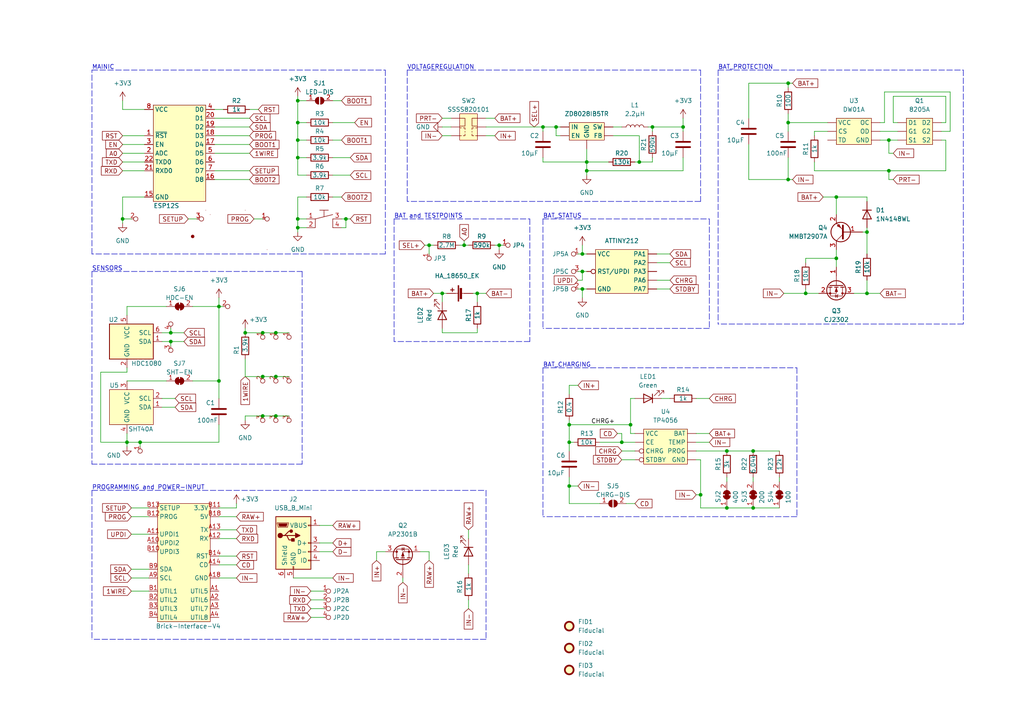
<source format=kicad_sch>
(kicad_sch (version 20211123) (generator eeschema)
  (paper "A4")
  (junction (at 165.1 128.27))
  (junction (at 80.01 120.65))
  (junction (at 168.91 73.66))
  (junction (at 161.29 36.83))
  (junction (at 100.33 63.5))
  (junction (at 76.2 120.65))
  (junction (at 86.36 45.72))
  (junction (at 86.36 63.5))
  (junction (at 86.36 66.04))
  (junction (at 40.64 128.27))
  (junction (at 198.12 36.83))
  (junction (at 242.57 57.15))
  (junction (at 49.53 96.52))
  (junction (at 168.91 83.82))
  (junction (at 228.6 35.56))
  (junction (at 228.6 52.07))
  (junction (at 134.62 71.12))
  (junction (at 36.83 128.27))
  (junction (at 63.5 88.9))
  (junction (at 138.43 85.09))
  (junction (at 86.36 29.21))
  (junction (at 86.36 40.64))
  (junction (at 35.56 63.5))
  (junction (at 80.01 96.52))
  (junction (at 86.36 35.56))
  (junction (at 257.81 49.53))
  (junction (at 165.1 123.19))
  (junction (at 157.48 36.83))
  (junction (at 228.6 24.13))
  (junction (at 170.18 49.53))
  (junction (at 210.82 130.81))
  (junction (at 210.82 147.32))
  (junction (at 251.46 85.09))
  (junction (at 189.23 36.83))
  (junction (at 128.27 85.09))
  (junction (at 233.68 85.09))
  (junction (at 71.12 96.52))
  (junction (at 168.91 78.74))
  (junction (at 242.57 74.93))
  (junction (at 218.44 130.81))
  (junction (at 49.53 99.06))
  (junction (at 170.18 46.99))
  (junction (at 63.5 110.49))
  (junction (at 144.78 71.12))
  (junction (at 165.1 140.97))
  (junction (at 251.46 67.31))
  (junction (at 203.2 143.51))
  (junction (at 218.44 147.32))
  (junction (at 80.01 109.22))
  (junction (at 76.2 96.52))
  (junction (at 257.81 40.64))
  (junction (at 180.34 128.27))
  (junction (at 124.46 71.12))
  (junction (at 185.42 46.99))
  (junction (at 76.2 109.22))
  (junction (at 182.88 123.19))
  (wire (pts (xy 170.18 49.53) (xy 198.12 49.53)))
  (wire (pts (xy 190.5 83.82) (xy 194.31 83.82)))
  (wire (pts (xy 80.01 120.65) (xy 83.82 120.65)))
  (wire (pts (xy 180.34 130.81) (xy 184.15 130.81)))
  (wire (pts (xy 35.56 63.5) (xy 38.1 63.5)))
  (polyline (pts (xy 157.48 63.5) (xy 205.74 63.5)))
  (wire (pts (xy 35.56 64.77) (xy 35.56 63.5)))
  (wire (pts (xy 85.09 167.64) (xy 96.52 167.64)))
  (wire (pts (xy 90.17 171.45) (xy 93.98 171.45)))
  (wire (pts (xy 233.68 85.09) (xy 237.49 85.09)))
  (wire (pts (xy 182.88 125.73) (xy 182.88 123.19)))
  (wire (pts (xy 168.91 71.12) (xy 168.91 73.66)))
  (wire (pts (xy 63.5 149.86) (xy 68.58 149.86)))
  (wire (pts (xy 62.23 31.75) (xy 64.77 31.75)))
  (wire (pts (xy 189.23 36.83) (xy 189.23 38.1)))
  (wire (pts (xy 96.52 29.21) (xy 99.06 29.21)))
  (wire (pts (xy 35.56 39.37) (xy 41.91 39.37)))
  (polyline (pts (xy 157.48 63.5) (xy 157.48 95.25)))
  (wire (pts (xy 157.48 36.83) (xy 157.48 38.1)))
  (wire (pts (xy 184.15 46.99) (xy 185.42 46.99)))
  (wire (pts (xy 99.06 66.04) (xy 100.33 66.04)))
  (wire (pts (xy 256.54 26.67) (xy 275.59 26.67)))
  (wire (pts (xy 218.44 130.81) (xy 226.06 130.81)))
  (wire (pts (xy 170.18 43.18) (xy 170.18 46.99)))
  (polyline (pts (xy 111.76 73.66) (xy 26.67 73.66)))
  (wire (pts (xy 259.08 52.07) (xy 257.81 52.07)))
  (wire (pts (xy 86.36 29.21) (xy 88.9 29.21)))
  (wire (pts (xy 35.56 29.21) (xy 35.56 31.75)))
  (wire (pts (xy 36.83 129.54) (xy 36.83 128.27)))
  (wire (pts (xy 251.46 67.31) (xy 251.46 66.04)))
  (wire (pts (xy 63.5 156.21) (xy 68.58 156.21)))
  (wire (pts (xy 198.12 38.1) (xy 198.12 36.83)))
  (wire (pts (xy 71.12 104.14) (xy 71.12 109.22)))
  (wire (pts (xy 157.48 46.99) (xy 170.18 46.99)))
  (wire (pts (xy 76.2 120.65) (xy 71.12 120.65)))
  (wire (pts (xy 86.36 35.56) (xy 86.36 29.21)))
  (wire (pts (xy 71.12 109.22) (xy 76.2 109.22)))
  (wire (pts (xy 88.9 35.56) (xy 86.36 35.56)))
  (wire (pts (xy 125.73 85.09) (xy 128.27 85.09)))
  (wire (pts (xy 40.64 128.27) (xy 40.64 129.54)))
  (wire (pts (xy 168.91 73.66) (xy 170.18 73.66)))
  (wire (pts (xy 218.44 147.32) (xy 226.06 147.32)))
  (wire (pts (xy 35.56 49.53) (xy 41.91 49.53)))
  (polyline (pts (xy 157.48 106.68) (xy 231.14 106.68)))
  (wire (pts (xy 72.39 31.75) (xy 74.93 31.75)))
  (wire (pts (xy 203.2 147.32) (xy 210.82 147.32)))
  (wire (pts (xy 55.88 88.9) (xy 63.5 88.9)))
  (wire (pts (xy 88.9 40.64) (xy 86.36 40.64)))
  (wire (pts (xy 165.1 146.05) (xy 165.1 140.97)))
  (wire (pts (xy 217.17 52.07) (xy 228.6 52.07)))
  (wire (pts (xy 88.9 50.8) (xy 86.36 50.8)))
  (wire (pts (xy 71.12 120.65) (xy 71.12 121.92)))
  (wire (pts (xy 227.33 85.09) (xy 233.68 85.09)))
  (wire (pts (xy 62.23 52.07) (xy 72.39 52.07)))
  (wire (pts (xy 63.5 110.49) (xy 63.5 88.9)))
  (wire (pts (xy 46.99 115.57) (xy 50.8 115.57)))
  (wire (pts (xy 63.5 110.49) (xy 63.5 115.57)))
  (wire (pts (xy 111.76 160.02) (xy 109.22 160.02)))
  (wire (pts (xy 161.29 36.83) (xy 162.56 36.83)))
  (wire (pts (xy 236.22 38.1) (xy 236.22 39.37)))
  (wire (pts (xy 36.83 125.73) (xy 36.83 128.27)))
  (wire (pts (xy 49.53 95.25) (xy 49.53 96.52)))
  (wire (pts (xy 35.56 63.5) (xy 35.56 57.15)))
  (wire (pts (xy 92.71 157.48) (xy 96.52 157.48)))
  (wire (pts (xy 96.52 35.56) (xy 102.87 35.56)))
  (wire (pts (xy 201.93 133.35) (xy 203.2 133.35)))
  (wire (pts (xy 100.33 63.5) (xy 101.6 63.5)))
  (wire (pts (xy 71.12 95.25) (xy 71.12 96.52)))
  (wire (pts (xy 165.1 138.43) (xy 165.1 140.97)))
  (wire (pts (xy 255.27 40.64) (xy 257.81 40.64)))
  (wire (pts (xy 90.17 173.99) (xy 93.98 173.99)))
  (wire (pts (xy 190.5 81.28) (xy 194.31 81.28)))
  (wire (pts (xy 203.2 143.51) (xy 203.2 147.32)))
  (wire (pts (xy 251.46 81.28) (xy 251.46 85.09)))
  (polyline (pts (xy 203.2 58.42) (xy 118.11 58.42)))
  (wire (pts (xy 170.18 49.53) (xy 170.18 50.8)))
  (wire (pts (xy 92.71 152.4) (xy 96.52 152.4)))
  (wire (pts (xy 63.5 163.83) (xy 68.58 163.83)))
  (wire (pts (xy 123.19 71.12) (xy 124.46 71.12)))
  (wire (pts (xy 36.83 88.9) (xy 48.26 88.9)))
  (wire (pts (xy 63.5 167.64) (xy 68.58 167.64)))
  (wire (pts (xy 233.68 74.93) (xy 242.57 74.93)))
  (polyline (pts (xy 208.28 20.32) (xy 208.28 93.98)))
  (wire (pts (xy 86.36 57.15) (xy 86.36 63.5)))
  (wire (pts (xy 41.91 31.75) (xy 35.56 31.75)))
  (wire (pts (xy 201.93 130.81) (xy 210.82 130.81)))
  (wire (pts (xy 63.5 88.9) (xy 64.77 88.9)))
  (wire (pts (xy 124.46 160.02) (xy 124.46 162.56)))
  (wire (pts (xy 80.01 96.52) (xy 83.82 96.52)))
  (polyline (pts (xy 208.28 20.32) (xy 279.4 20.32)))
  (wire (pts (xy 138.43 85.09) (xy 140.97 85.09)))
  (wire (pts (xy 134.62 71.12) (xy 135.89 71.12)))
  (wire (pts (xy 255.27 35.56) (xy 256.54 35.56)))
  (wire (pts (xy 96.52 57.15) (xy 99.06 57.15)))
  (polyline (pts (xy 87.63 78.74) (xy 87.63 134.62)))
  (wire (pts (xy 185.42 46.99) (xy 189.23 46.99)))
  (wire (pts (xy 62.23 49.53) (xy 72.39 49.53)))
  (wire (pts (xy 86.36 50.8) (xy 86.36 45.72)))
  (wire (pts (xy 62.23 41.91) (xy 72.39 41.91)))
  (polyline (pts (xy 111.76 20.32) (xy 111.76 73.66)))
  (wire (pts (xy 35.56 46.99) (xy 41.91 46.99)))
  (wire (pts (xy 180.34 125.73) (xy 180.34 128.27)))
  (wire (pts (xy 116.84 167.64) (xy 116.84 168.91)))
  (wire (pts (xy 184.15 115.57) (xy 182.88 115.57)))
  (wire (pts (xy 179.07 125.73) (xy 180.34 125.73)))
  (wire (pts (xy 86.36 40.64) (xy 86.36 35.56)))
  (wire (pts (xy 90.17 179.07) (xy 93.98 179.07)))
  (wire (pts (xy 251.46 58.42) (xy 251.46 57.15)))
  (wire (pts (xy 121.92 160.02) (xy 124.46 160.02)))
  (wire (pts (xy 35.56 44.45) (xy 41.91 44.45)))
  (polyline (pts (xy 26.67 20.32) (xy 111.76 20.32)))
  (wire (pts (xy 167.64 78.74) (xy 168.91 78.74)))
  (wire (pts (xy 140.97 36.83) (xy 157.48 36.83)))
  (wire (pts (xy 29.21 128.27) (xy 36.83 128.27)))
  (wire (pts (xy 165.1 123.19) (xy 165.1 128.27)))
  (wire (pts (xy 233.68 83.82) (xy 233.68 85.09)))
  (wire (pts (xy 189.23 45.72) (xy 189.23 46.99)))
  (wire (pts (xy 144.78 71.12) (xy 144.78 72.39)))
  (wire (pts (xy 191.77 115.57) (xy 194.31 115.57)))
  (wire (pts (xy 182.88 115.57) (xy 182.88 123.19)))
  (wire (pts (xy 76.2 120.65) (xy 80.01 120.65)))
  (wire (pts (xy 226.06 138.43) (xy 226.06 139.7)))
  (polyline (pts (xy 26.67 78.74) (xy 26.67 134.62)))
  (wire (pts (xy 29.21 107.95) (xy 36.83 107.95)))
  (wire (pts (xy 168.91 86.36) (xy 168.91 83.82)))
  (wire (pts (xy 229.87 24.13) (xy 228.6 24.13)))
  (wire (pts (xy 273.05 38.1) (xy 275.59 38.1)))
  (wire (pts (xy 54.61 63.5) (xy 57.15 63.5)))
  (wire (pts (xy 255.27 38.1) (xy 260.35 38.1)))
  (wire (pts (xy 62.23 39.37) (xy 72.39 39.37)))
  (wire (pts (xy 46.99 99.06) (xy 49.53 99.06)))
  (wire (pts (xy 62.23 44.45) (xy 72.39 44.45)))
  (wire (pts (xy 260.35 35.56) (xy 259.08 35.56)))
  (wire (pts (xy 38.1 167.64) (xy 43.18 167.64)))
  (wire (pts (xy 177.8 39.37) (xy 185.42 39.37)))
  (wire (pts (xy 128.27 34.29) (xy 130.81 34.29)))
  (wire (pts (xy 128.27 36.83) (xy 130.81 36.83)))
  (wire (pts (xy 162.56 39.37) (xy 161.29 39.37)))
  (wire (pts (xy 62.23 34.29) (xy 72.39 34.29)))
  (wire (pts (xy 38.1 154.94) (xy 43.18 154.94)))
  (wire (pts (xy 90.17 176.53) (xy 93.98 176.53)))
  (wire (pts (xy 86.36 63.5) (xy 88.9 63.5)))
  (wire (pts (xy 210.82 138.43) (xy 210.82 139.7)))
  (wire (pts (xy 238.76 57.15) (xy 242.57 57.15)))
  (wire (pts (xy 143.51 71.12) (xy 144.78 71.12)))
  (polyline (pts (xy 231.14 149.86) (xy 157.48 149.86)))
  (wire (pts (xy 242.57 57.15) (xy 251.46 57.15)))
  (wire (pts (xy 137.16 85.09) (xy 138.43 85.09)))
  (polyline (pts (xy 118.11 20.32) (xy 203.2 20.32)))
  (polyline (pts (xy 26.67 78.74) (xy 87.63 78.74)))
  (wire (pts (xy 63.5 128.27) (xy 63.5 123.19)))
  (wire (pts (xy 86.36 66.04) (xy 88.9 66.04)))
  (wire (pts (xy 233.68 76.2) (xy 233.68 74.93)))
  (wire (pts (xy 165.1 121.92) (xy 165.1 123.19)))
  (wire (pts (xy 218.44 138.43) (xy 218.44 139.7)))
  (wire (pts (xy 259.08 27.94) (xy 274.32 27.94)))
  (wire (pts (xy 203.2 133.35) (xy 203.2 143.51)))
  (wire (pts (xy 228.6 52.07) (xy 229.87 52.07)))
  (wire (pts (xy 274.32 49.53) (xy 257.81 49.53)))
  (wire (pts (xy 88.9 45.72) (xy 86.36 45.72)))
  (polyline (pts (xy 153.67 63.5) (xy 153.67 99.06)))
  (wire (pts (xy 274.32 40.64) (xy 274.32 49.53)))
  (wire (pts (xy 49.53 96.52) (xy 53.34 96.52)))
  (wire (pts (xy 96.52 45.72) (xy 101.6 45.72)))
  (wire (pts (xy 189.23 36.83) (xy 198.12 36.83)))
  (wire (pts (xy 198.12 34.29) (xy 198.12 36.83)))
  (wire (pts (xy 259.08 35.56) (xy 259.08 27.94)))
  (wire (pts (xy 182.88 123.19) (xy 165.1 123.19)))
  (wire (pts (xy 168.91 78.74) (xy 170.18 78.74)))
  (wire (pts (xy 128.27 39.37) (xy 130.81 39.37)))
  (wire (pts (xy 242.57 74.93) (xy 242.57 77.47)))
  (wire (pts (xy 201.93 125.73) (xy 205.74 125.73)))
  (wire (pts (xy 201.93 143.51) (xy 203.2 143.51)))
  (wire (pts (xy 166.37 128.27) (xy 165.1 128.27)))
  (wire (pts (xy 168.91 83.82) (xy 170.18 83.82)))
  (wire (pts (xy 190.5 76.2) (xy 194.31 76.2)))
  (wire (pts (xy 63.5 153.67) (xy 68.58 153.67)))
  (polyline (pts (xy 205.74 63.5) (xy 205.74 95.25)))
  (wire (pts (xy 217.17 34.29) (xy 217.17 24.13)))
  (wire (pts (xy 201.93 128.27) (xy 205.74 128.27)))
  (wire (pts (xy 36.83 110.49) (xy 48.26 110.49)))
  (polyline (pts (xy 157.48 106.68) (xy 157.48 149.86)))
  (wire (pts (xy 257.81 40.64) (xy 257.81 44.45)))
  (wire (pts (xy 46.99 118.11) (xy 50.8 118.11)))
  (wire (pts (xy 96.52 50.8) (xy 101.6 50.8)))
  (wire (pts (xy 36.83 91.44) (xy 36.83 88.9)))
  (wire (pts (xy 228.6 45.72) (xy 228.6 52.07)))
  (wire (pts (xy 240.03 38.1) (xy 236.22 38.1)))
  (wire (pts (xy 140.97 34.29) (xy 143.51 34.29)))
  (wire (pts (xy 165.1 140.97) (xy 167.64 140.97)))
  (wire (pts (xy 88.9 57.15) (xy 86.36 57.15)))
  (wire (pts (xy 109.22 160.02) (xy 109.22 162.56)))
  (wire (pts (xy 240.03 35.56) (xy 228.6 35.56)))
  (wire (pts (xy 76.2 109.22) (xy 80.01 109.22)))
  (wire (pts (xy 181.61 146.05) (xy 184.15 146.05)))
  (wire (pts (xy 275.59 38.1) (xy 275.59 26.67)))
  (wire (pts (xy 228.6 35.56) (xy 228.6 38.1)))
  (wire (pts (xy 138.43 96.52) (xy 128.27 96.52)))
  (wire (pts (xy 62.23 36.83) (xy 72.39 36.83)))
  (wire (pts (xy 242.57 57.15) (xy 242.57 62.23)))
  (polyline (pts (xy 205.74 95.25) (xy 157.48 95.25)))
  (wire (pts (xy 80.01 109.22) (xy 83.82 109.22)))
  (wire (pts (xy 46.99 96.52) (xy 49.53 96.52)))
  (wire (pts (xy 165.1 111.76) (xy 165.1 114.3)))
  (wire (pts (xy 86.36 29.21) (xy 86.36 27.94)))
  (wire (pts (xy 128.27 95.25) (xy 128.27 96.52)))
  (wire (pts (xy 36.83 128.27) (xy 40.64 128.27)))
  (wire (pts (xy 167.64 111.76) (xy 165.1 111.76)))
  (wire (pts (xy 100.33 63.5) (xy 100.33 66.04)))
  (wire (pts (xy 161.29 36.83) (xy 161.29 39.37)))
  (wire (pts (xy 68.58 146.05) (xy 68.58 147.32)))
  (wire (pts (xy 92.71 160.02) (xy 96.52 160.02)))
  (polyline (pts (xy 153.67 99.06) (xy 114.3 99.06)))
  (wire (pts (xy 49.53 99.06) (xy 53.34 99.06)))
  (wire (pts (xy 177.8 36.83) (xy 180.34 36.83)))
  (wire (pts (xy 165.1 128.27) (xy 165.1 130.81)))
  (wire (pts (xy 217.17 24.13) (xy 228.6 24.13)))
  (wire (pts (xy 157.48 36.83) (xy 161.29 36.83)))
  (wire (pts (xy 184.15 125.73) (xy 182.88 125.73)))
  (polyline (pts (xy 114.3 63.5) (xy 153.67 63.5)))
  (wire (pts (xy 128.27 85.09) (xy 129.54 85.09)))
  (wire (pts (xy 144.78 71.12) (xy 146.05 71.12)))
  (wire (pts (xy 210.82 130.81) (xy 218.44 130.81)))
  (wire (pts (xy 180.34 133.35) (xy 184.15 133.35)))
  (wire (pts (xy 135.89 163.83) (xy 135.89 166.37)))
  (wire (pts (xy 35.56 41.91) (xy 41.91 41.91)))
  (wire (pts (xy 40.64 128.27) (xy 63.5 128.27)))
  (wire (pts (xy 236.22 46.99) (xy 236.22 49.53)))
  (wire (pts (xy 99.06 63.5) (xy 100.33 63.5)))
  (wire (pts (xy 124.46 71.12) (xy 124.46 73.66)))
  (wire (pts (xy 63.5 161.29) (xy 68.58 161.29)))
  (polyline (pts (xy 279.4 93.98) (xy 208.28 93.98)))
  (wire (pts (xy 257.81 40.64) (xy 260.35 40.64)))
  (wire (pts (xy 170.18 46.99) (xy 170.18 49.53)))
  (wire (pts (xy 86.36 45.72) (xy 86.36 40.64)))
  (wire (pts (xy 242.57 72.39) (xy 242.57 74.93)))
  (wire (pts (xy 38.1 171.45) (xy 43.18 171.45)))
  (wire (pts (xy 38.1 149.86) (xy 43.18 149.86)))
  (wire (pts (xy 251.46 85.09) (xy 255.27 85.09)))
  (wire (pts (xy 273.05 40.64) (xy 274.32 40.64)))
  (wire (pts (xy 38.1 147.32) (xy 43.18 147.32)))
  (wire (pts (xy 198.12 45.72) (xy 198.12 49.53)))
  (wire (pts (xy 86.36 63.5) (xy 86.36 66.04)))
  (wire (pts (xy 187.96 36.83) (xy 189.23 36.83)))
  (wire (pts (xy 228.6 35.56) (xy 228.6 33.02)))
  (wire (pts (xy 86.36 66.04) (xy 86.36 67.31)))
  (polyline (pts (xy 26.67 73.66) (xy 26.67 20.32)))
  (wire (pts (xy 38.1 165.1) (xy 43.18 165.1)))
  (wire (pts (xy 63.5 147.32) (xy 68.58 147.32)))
  (polyline (pts (xy 118.11 20.32) (xy 118.11 58.42)))
  (wire (pts (xy 63.5 86.36) (xy 63.5 88.9)))
  (wire (pts (xy 71.12 96.52) (xy 76.2 96.52)))
  (polyline (pts (xy 114.3 63.5) (xy 114.3 99.06)))
  (wire (pts (xy 256.54 26.67) (xy 256.54 35.56)))
  (wire (pts (xy 138.43 85.09) (xy 138.43 87.63)))
  (wire (pts (xy 134.62 69.85) (xy 134.62 71.12)))
  (wire (pts (xy 167.64 73.66) (xy 168.91 73.66)))
  (wire (pts (xy 49.53 99.06) (xy 49.53 100.33)))
  (polyline (pts (xy 140.97 142.24) (xy 140.97 185.42)))
  (wire (pts (xy 257.81 49.53) (xy 236.22 49.53)))
  (polyline (pts (xy 26.67 142.24) (xy 140.97 142.24)))
  (wire (pts (xy 76.2 96.52) (xy 80.01 96.52)))
  (wire (pts (xy 217.17 41.91) (xy 217.17 52.07)))
  (wire (pts (xy 173.99 128.27) (xy 180.34 128.27)))
  (wire (pts (xy 185.42 39.37) (xy 185.42 46.99)))
  (wire (pts (xy 274.32 27.94) (xy 274.32 35.56)))
  (wire (pts (xy 201.93 115.57) (xy 205.74 115.57)))
  (wire (pts (xy 157.48 45.72) (xy 157.48 46.99)))
  (wire (pts (xy 228.6 24.13) (xy 228.6 25.4)))
  (polyline (pts (xy 231.14 106.68) (xy 231.14 149.86)))
  (wire (pts (xy 251.46 67.31) (xy 251.46 73.66)))
  (wire (pts (xy 96.52 40.64) (xy 99.06 40.64)))
  (wire (pts (xy 135.89 153.67) (xy 135.89 156.21)))
  (wire (pts (xy 273.05 35.56) (xy 274.32 35.56)))
  (polyline (pts (xy 140.97 185.42) (xy 26.67 185.42)))
  (wire (pts (xy 35.56 57.15) (xy 41.91 57.15)))
  (wire (pts (xy 140.97 39.37) (xy 143.51 39.37)))
  (wire (pts (xy 133.35 71.12) (xy 134.62 71.12)))
  (wire (pts (xy 167.64 81.28) (xy 168.91 81.28)))
  (wire (pts (xy 250.19 67.31) (xy 251.46 67.31)))
  (polyline (pts (xy 87.63 134.62) (xy 26.67 134.62)))
  (polyline (pts (xy 203.2 20.32) (xy 203.2 58.42)))
  (wire (pts (xy 124.46 71.12) (xy 125.73 71.12)))
  (wire (pts (xy 29.21 107.95) (xy 29.21 128.27)))
  (wire (pts (xy 128.27 85.09) (xy 128.27 87.63)))
  (wire (pts (xy 190.5 73.66) (xy 194.31 73.66)))
  (wire (pts (xy 165.1 146.05) (xy 173.99 146.05)))
  (wire (pts (xy 257.81 49.53) (xy 257.81 52.07)))
  (wire (pts (xy 259.08 44.45) (xy 257.81 44.45)))
  (polyline (pts (xy 26.67 142.24) (xy 26.67 185.42)))
  (wire (pts (xy 180.34 128.27) (xy 184.15 128.27)))
  (wire (pts (xy 210.82 147.32) (xy 218.44 147.32)))
  (wire (pts (xy 135.89 173.99) (xy 135.89 176.53)))
  (wire (pts (xy 73.66 63.5) (xy 76.2 63.5)))
  (wire (pts (xy 247.65 85.09) (xy 251.46 85.09)))
  (wire (pts (xy 168.91 78.74) (xy 168.91 81.28)))
  (wire (pts (xy 55.88 110.49) (xy 63.5 110.49)))
  (wire (pts (xy 36.83 106.68) (xy 36.83 107.95)))
  (wire (pts (xy 170.18 46.99) (xy 176.53 46.99)))
  (wire (pts (xy 167.64 83.82) (xy 168.91 83.82)))
  (wire (pts (xy 138.43 95.25) (xy 138.43 96.52)))
  (polyline (pts (xy 279.4 20.32) (xy 279.4 93.98)))
  (text "BAT_STATUS" (at 157.48 63.5 0) (effects (font (size 1.27 1.27)) (justify left bottom)))
  (text "MAINIC" (at 26.67 20.32 0) (effects (font (size 1.27 1.27)) (justify left bottom)))
  (text "BAT_CHARGING" (at 157.48 106.68 0) (effects (font (size 1.27 1.27)) (justify left bottom)))
  (text "BAT and TESTPOINTS" (at 114.3 63.5 0) (effects (font (size 1.27 1.27)) (justify left bottom)))
  (text "SENSORS" (at 26.67 78.74 0) (effects (font (size 1.27 1.27)) (justify left bottom)))
  (text "VOLTAGEREGULATION" (at 118.11 20.32 0) (effects (font (size 1.27 1.27)) (justify left bottom)))
  (text "BAT_PROTECTION" (at 208.28 20.32 0) (effects (font (size 1.27 1.27)) (justify left bottom)))
  (text "PROGRAMMING and POWER-INPUT" (at 26.67 142.24 0) (effects (font (size 1.27 1.27)) (justify left bottom)))
  (label "CHRG+" (at 171.45 123.19 0))
  (global_label "RAW+" (shape input) (at 124.46 162.56 270) (property "Referenzen zwischen Schaltplänen" "${INTERSHEET_REFS}" (effects hide)))
  (global_label "PROG" (shape input) (at 72.39 39.37 0) (property "Referenzen zwischen Schaltplänen" "${INTERSHEET_REFS}" (effects hide)))
  (global_label "SETUP" (shape input) (at 54.61 63.5 180) (property "Referenzen zwischen Schaltplänen" "${INTERSHEET_REFS}" (effects hide)))
  (global_label "SCL" (shape input) (at 53.34 96.52 0) (property "Referenzen zwischen Schaltplänen" "${INTERSHEET_REFS}" (effects hide)))
  (global_label "CD" (shape input) (at 184.15 146.05 0) (property "Referenzen zwischen Schaltplänen" "${INTERSHEET_REFS}" (effects hide)))
  (global_label "SETUP" (shape input) (at 72.39 49.53 0) (property "Referenzen zwischen Schaltplänen" "${INTERSHEET_REFS}" (effects hide)))
  (global_label "CHRG" (shape input) (at 180.34 130.81 180) (property "Referenzen zwischen Schaltplänen" "${INTERSHEET_REFS}" (effects hide)))
  (global_label "SDA" (shape input) (at 101.6 45.72 0) (property "Referenzen zwischen Schaltplänen" "${INTERSHEET_REFS}" (effects hide)))
  (global_label "PRT-" (shape input) (at 128.27 34.29 180) (property "Referenzen zwischen Schaltplänen" "${INTERSHEET_REFS}" (effects hide)))
  (global_label "D-" (shape input) (at 96.52 160.02 0) (property "Referenzen zwischen Schaltplänen" "${INTERSHEET_REFS}" (effects hide)))
  (global_label "STDBY" (shape input) (at 180.34 133.35 180) (property "Referenzen zwischen Schaltplänen" "${INTERSHEET_REFS}" (effects hide)))
  (global_label "IN-" (shape input) (at 227.33 85.09 180) (property "Referenzen zwischen Schaltplänen" "${INTERSHEET_REFS}" (effects hide)))
  (global_label "IN-" (shape input) (at 135.89 176.53 270) (property "Referenzen zwischen Schaltplänen" "${INTERSHEET_REFS}" (effects hide)))
  (global_label "1WIRE" (shape input) (at 71.12 109.22 270) (property "Referenzen zwischen Schaltplänen" "${INTERSHEET_REFS}" (effects hide)))
  (global_label "RST" (shape input) (at 35.56 39.37 180) (property "Referenzen zwischen Schaltplänen" "${INTERSHEET_REFS}" (effects hide)))
  (global_label "BAT+" (shape input) (at 143.51 34.29 0) (property "Referenzen zwischen Schaltplänen" "${INTERSHEET_REFS}" (effects hide)))
  (global_label "SCL" (shape input) (at 101.6 50.8 0) (property "Referenzen zwischen Schaltplänen" "${INTERSHEET_REFS}" (effects hide)))
  (global_label "SCL" (shape input) (at 72.39 34.29 0) (property "Referenzen zwischen Schaltplänen" "${INTERSHEET_REFS}" (effects hide)))
  (global_label "SDA" (shape input) (at 53.34 99.06 0) (property "Referenzen zwischen Schaltplänen" "${INTERSHEET_REFS}" (effects hide)))
  (global_label "CD" (shape input) (at 68.58 163.83 0) (property "Referenzen zwischen Schaltplänen" "${INTERSHEET_REFS}" (effects hide)))
  (global_label "1WIRE" (shape input) (at 38.1 171.45 180) (property "Referenzen zwischen Schaltplänen" "${INTERSHEET_REFS}" (effects hide)))
  (global_label "BOOT1" (shape input) (at 99.06 29.21 0) (property "Referenzen zwischen Schaltplänen" "${INTERSHEET_REFS}" (effects hide)))
  (global_label "RST" (shape input) (at 74.93 31.75 0) (property "Referenzen zwischen Schaltplänen" "${INTERSHEET_REFS}" (effects hide)))
  (global_label "1WIRE" (shape input) (at 72.39 44.45 0) (property "Referenzen zwischen Schaltplänen" "${INTERSHEET_REFS}" (effects hide)))
  (global_label "SDA" (shape input) (at 194.31 73.66 0) (property "Referenzen zwischen Schaltplänen" "${INTERSHEET_REFS}" (effects hide)))
  (global_label "BAT+" (shape input) (at 125.73 85.09 180) (property "Referenzen zwischen Schaltplänen" "${INTERSHEET_REFS}" (effects hide)))
  (global_label "D+" (shape input) (at 96.52 157.48 0) (property "Referenzen zwischen Schaltplänen" "${INTERSHEET_REFS}" (effects hide)))
  (global_label "IN+" (shape input) (at 167.64 111.76 0) (property "Referenzen zwischen Schaltplänen" "${INTERSHEET_REFS}" (effects hide)))
  (global_label "IN-" (shape input) (at 116.84 168.91 270) (property "Referenzen zwischen Schaltplänen" "${INTERSHEET_REFS}" (effects hide)))
  (global_label "SDA" (shape input) (at 50.8 118.11 0) (property "Referenzen zwischen Schaltplänen" "${INTERSHEET_REFS}" (effects hide)))
  (global_label "EN" (shape input) (at 102.87 35.56 0) (property "Referenzen zwischen Schaltplänen" "${INTERSHEET_REFS}" (effects hide)))
  (global_label "RST" (shape input) (at 101.6 63.5 0) (property "Referenzen zwischen Schaltplänen" "${INTERSHEET_REFS}" (effects hide)))
  (global_label "IN-" (shape input) (at 96.52 167.64 0) (property "Referenzen zwischen Schaltplänen" "${INTERSHEET_REFS}" (effects hide)))
  (global_label "A0" (shape input) (at 134.62 69.85 90) (property "Referenzen zwischen Schaltplänen" "${INTERSHEET_REFS}" (effects hide)))
  (global_label "TXD" (shape input) (at 35.56 46.99 180) (property "Referenzen zwischen Schaltplänen" "${INTERSHEET_REFS}" (effects hide)))
  (global_label "PROG" (shape input) (at 38.1 149.86 180) (property "Referenzen zwischen Schaltplänen" "${INTERSHEET_REFS}" (effects hide)))
  (global_label "SCL" (shape input) (at 50.8 115.57 0) (property "Referenzen zwischen Schaltplänen" "${INTERSHEET_REFS}" (effects hide)))
  (global_label "BOOT2" (shape input) (at 72.39 52.07 0) (property "Referenzen zwischen Schaltplänen" "${INTERSHEET_REFS}" (effects hide)))
  (global_label "BOOT1" (shape input) (at 99.06 40.64 0) (property "Referenzen zwischen Schaltplänen" "${INTERSHEET_REFS}" (effects hide)))
  (global_label "IN-" (shape input) (at 201.93 143.51 180) (property "Referenzen zwischen Schaltplänen" "${INTERSHEET_REFS}" (effects hide)))
  (global_label "SEL+" (shape input) (at 154.94 36.83 90) (property "Referenzen zwischen Schaltplänen" "${INTERSHEET_REFS}" (effects hide)))
  (global_label "RAW+" (shape input) (at 96.52 152.4 0) (property "Referenzen zwischen Schaltplänen" "${INTERSHEET_REFS}" (effects hide)))
  (global_label "TXD" (shape input) (at 68.58 153.67 0) (property "Referenzen zwischen Schaltplänen" "${INTERSHEET_REFS}" (effects hide)))
  (global_label "BAT+" (shape input) (at 238.76 57.15 180) (property "Referenzen zwischen Schaltplänen" "${INTERSHEET_REFS}" (effects hide)))
  (global_label "BAT-" (shape input) (at 255.27 85.09 0) (property "Referenzen zwischen Schaltplänen" "${INTERSHEET_REFS}" (effects hide)))
  (global_label "SEL+" (shape input) (at 123.19 71.12 180) (property "Referenzen zwischen Schaltplänen" "${INTERSHEET_REFS}" (effects hide)))
  (global_label "A0" (shape input) (at 35.56 44.45 180) (property "Referenzen zwischen Schaltplänen" "${INTERSHEET_REFS}" (effects hide)))
  (global_label "IN+" (shape input) (at 109.22 162.56 270) (property "Referenzen zwischen Schaltplänen" "${INTERSHEET_REFS}" (effects hide)))
  (global_label "IN+" (shape input) (at 143.51 39.37 0) (property "Referenzen zwischen Schaltplänen" "${INTERSHEET_REFS}" (effects hide)))
  (global_label "RAW+" (shape input) (at 135.89 153.67 90) (property "Referenzen zwischen Schaltplänen" "${INTERSHEET_REFS}" (effects hide)))
  (global_label "RXD" (shape input) (at 35.56 49.53 180) (property "Referenzen zwischen Schaltplänen" "${INTERSHEET_REFS}" (effects hide)))
  (global_label "IN-" (shape input) (at 68.58 167.64 0) (property "Referenzen zwischen Schaltplänen" "${INTERSHEET_REFS}" (effects hide)))
  (global_label "BAT+" (shape input) (at 229.87 24.13 0) (property "Referenzen zwischen Schaltplänen" "${INTERSHEET_REFS}" (effects hide)))
  (global_label "IN-" (shape input) (at 90.17 171.45 180) (property "Referenzen zwischen Schaltplänen" "${INTERSHEET_REFS}" (effects hide)))
  (global_label "RAW+" (shape input) (at 68.58 149.86 0) (property "Referenzen zwischen Schaltplänen" "${INTERSHEET_REFS}" (effects hide)))
  (global_label "IN-" (shape input) (at 229.87 52.07 0) (property "Referenzen zwischen Schaltplänen" "${INTERSHEET_REFS}" (effects hide)))
  (global_label "PROG" (shape input) (at 73.66 63.5 180) (property "Referenzen zwischen Schaltplänen" "${INTERSHEET_REFS}" (effects hide)))
  (global_label "RXD" (shape input) (at 68.58 156.21 0) (property "Referenzen zwischen Schaltplänen" "${INTERSHEET_REFS}" (effects hide)))
  (global_label "BAT-" (shape input) (at 140.97 85.09 0) (property "Referenzen zwischen Schaltplänen" "${INTERSHEET_REFS}" (effects hide)))
  (global_label "SETUP" (shape input) (at 38.1 147.32 180) (property "Referenzen zwischen Schaltplänen" "${INTERSHEET_REFS}" (effects hide)))
  (global_label "IN-" (shape input) (at 128.27 39.37 180) (property "Referenzen zwischen Schaltplänen" "${INTERSHEET_REFS}" (effects hide)))
  (global_label "IN-" (shape input) (at 205.74 128.27 0) (property "Referenzen zwischen Schaltplänen" "${INTERSHEET_REFS}" (effects hide)))
  (global_label "UPDI" (shape input) (at 38.1 154.94 180) (property "Referenzen zwischen Schaltplänen" "${INTERSHEET_REFS}" (effects hide)))
  (global_label "CHRG" (shape input) (at 205.74 115.57 0) (property "Referenzen zwischen Schaltplänen" "${INTERSHEET_REFS}" (effects hide)))
  (global_label "CHRG" (shape input) (at 194.31 81.28 0) (property "Referenzen zwischen Schaltplänen" "${INTERSHEET_REFS}" (effects hide)))
  (global_label "EN" (shape input) (at 35.56 41.91 180) (property "Referenzen zwischen Schaltplänen" "${INTERSHEET_REFS}" (effects hide)))
  (global_label "CD" (shape input) (at 179.07 125.73 180) (property "Referenzen zwischen Schaltplänen" "${INTERSHEET_REFS}" (effects hide)))
  (global_label "SDA" (shape input) (at 38.1 165.1 180) (property "Referenzen zwischen Schaltplänen" "${INTERSHEET_REFS}" (effects hide)))
  (global_label "BOOT1" (shape input) (at 72.39 41.91 0) (property "Referenzen zwischen Schaltplänen" "${INTERSHEET_REFS}" (effects hide)))
  (global_label "PRT-" (shape input) (at 259.08 52.07 0) (property "Referenzen zwischen Schaltplänen" "${INTERSHEET_REFS}" (effects hide)))
  (global_label "RST" (shape input) (at 68.58 161.29 0) (property "Referenzen zwischen Schaltplänen" "${INTERSHEET_REFS}" (effects hide)))
  (global_label "RAW+" (shape input) (at 90.17 179.07 180) (property "Referenzen zwischen Schaltplänen" "${INTERSHEET_REFS}" (effects hide)))
  (global_label "UPDI" (shape input) (at 167.64 81.28 180) (property "Referenzen zwischen Schaltplänen" "${INTERSHEET_REFS}" (effects hide)))
  (global_label "SCL" (shape input) (at 194.31 76.2 0) (property "Referenzen zwischen Schaltplänen" "${INTERSHEET_REFS}" (effects hide)))
  (global_label "IN-" (shape input) (at 167.64 140.97 0) (property "Referenzen zwischen Schaltplänen" "${INTERSHEET_REFS}" (effects hide)))
  (global_label "IN-" (shape input) (at 259.08 44.45 0) (property "Referenzen zwischen Schaltplänen" "${INTERSHEET_REFS}" (effects hide)))
  (global_label "RXD" (shape input) (at 90.17 173.99 180) (property "Referenzen zwischen Schaltplänen" "${INTERSHEET_REFS}" (effects hide)))
  (global_label "BAT+" (shape input) (at 205.74 125.73 0) (property "Referenzen zwischen Schaltplänen" "${INTERSHEET_REFS}" (effects hide)))
  (global_label "TXD" (shape input) (at 90.17 176.53 180) (property "Referenzen zwischen Schaltplänen" "${INTERSHEET_REFS}" (effects hide)))
  (global_label "STDBY" (shape input) (at 194.31 83.82 0) (property "Referenzen zwischen Schaltplänen" "${INTERSHEET_REFS}" (effects hide)))
  (global_label "SDA" (shape input) (at 72.39 36.83 0) (property "Referenzen zwischen Schaltplänen" "${INTERSHEET_REFS}" (effects hide)))
  (global_label "BOOT2" (shape input) (at 99.06 57.15 0) (property "Referenzen zwischen Schaltplänen" "${INTERSHEET_REFS}" (effects hide)))
  (global_label "SCL" (shape input) (at 38.1 167.64 180) (property "Referenzen zwischen Schaltplänen" "${INTERSHEET_REFS}" (effects hide)))
  (symbol (lib_id "Device:R") (at 165.1 118.11 180) (unit 1)
    (property "Reference" "R12" (at 162.56 118.11 90))
    (property "Value" "0.4" (at 165.1 118.11 90))
    (property "Footprint" "no_common:R_0805_2012Metric" (effects hide))
  )
  (symbol (lib_id "Jumper:SolderJumper_2_Bridged") (at 218.44 143.51 90) (unit 1)
    (property "Reference" "SJ3" (at 215.9 142.24 0) (effects (justify right)))
    (property "Value" "200" (at 220.98 142.24 0) (effects (justify right)))
    (property "Footprint" "Jumper:SolderJumper-2_P1.3mm_Bridged_RoundedPad1.0x1.5mm" (effects hide))
    (property "Reference" "SJ3" (effects hide))
    (property "Value" "200" (effects hide))
  )
  (symbol (lib_id "no_pinhd:PINHD_1X01") (at 124.46 74.93 270) (unit 1)
    (property "Reference" "JP3" (at 125.73 74.9299 90) (effects (justify left)))
    (property "Value" "PINHD_1X01" (effects hide))
    (property "Footprint" "no_pinhd:PINHD_1X01_2.54_1mm_Square" (effects hide))
    (property "Desc" "TPB+" (effects hide))
    (property "Reference" "JP3" (effects hide))
    (property "Value" "PINHD_1X01" (effects hide))
  )
  (symbol (lib_id "Device:R") (at 92.71 35.56 90) (unit 1)
    (property "Reference" "R3" (at 92.71 33.02 90))
    (property "Value" "10k" (at 92.71 35.56 90))
    (property "Footprint" "no_common:R_0805_2012Metric" (effects hide))
  )
  (symbol (lib_id "Device:R") (at 71.12 100.33 0) (unit 1)
    (property "Reference" "R1" (at 68.58 102.87 90) (effects (justify left)))
    (property "Value" "3.9k" (at 71.12 102.235 90) (effects (justify left)))
    (property "Footprint" "no_common:R_0805_2012Metric" (effects hide))
    (property "Reference" "R1" (effects hide))
    (property "Value" "3.9k" (effects hide))
  )
  (symbol (lib_id "Sensor_Humidity:HDC1080") (at 39.37 99.06 0) (unit 1)
    (property "Reference" "U2" (at 34.29 92.71 0) (effects (justify right)))
    (property "Value" "HDC1080" (at 46.99 105.41 0) (effects (justify right)))
    (property "Footprint" "Package_SON:Texas_PWSON-N6" (effects hide))
    (property "Datasheet" "http://www.ti.com/lit/ds/symlink/hdc1080.pdf" (effects hide))
  )
  (symbol (lib_id "power:+3V3") (at 35.56 29.21 0) (unit 1)
    (property "Reference" "#PWR04" (effects hide))
    (property "Value" "+3V3" (at 35.56 24.13 0))
  )
  (symbol (lib_id "Jumper:SolderJumper_2_Open") (at 92.71 29.21 0) (unit 1)
    (property "Reference" "SJ1" (at 92.71 24.13 0))
    (property "Value" "LED-DIS" (at 92.71 26.67 0))
    (property "Footprint" "Jumper:SolderJumper-2_P1.3mm_Open_RoundedPad1.0x1.5mm" (effects hide))
    (property "Reference" "SJ1" (effects hide))
    (property "Value" "LED-DIS" (effects hide))
  )
  (symbol (lib_id "power:GND") (at 168.91 86.36 0) (unit 1)
    (property "Reference" "#PWR09" (effects hide))
    (property "Value" "GND" (at 168.91 91.44 0))
  )
  (symbol (lib_id "no_pinhd:PINHD_1X04") (at 95.25 179.07 0) (unit 4)
    (property "Reference" "JP2" (at 96.52 179.0699 0) (effects (justify left)))
    (property "Value" "PINHD_1X04" (effects hide))
    (property "Footprint" "no_pinhd:PINHD_1X04_2.54_1mm_Round" (effects hide))
    (property "Desc" "UART" (effects hide))
    (property "Reference" "JP2" (effects hide))
    (property "Value" "PINHD_1X04" (effects hide))
  )
  (symbol (lib_id "Device:R") (at 92.71 45.72 90) (unit 1)
    (property "Reference" "R5" (at 92.71 43.18 90))
    (property "Value" "3.9k" (at 92.71 45.72 90))
    (property "Footprint" "no_common:R_0805_2012Metric" (effects hide))
  )
  (symbol (lib_id "power:+3V3") (at 71.12 95.25 0) (unit 1)
    (property "Reference" "#PWR01" (effects hide))
    (property "Value" "+3V3" (at 74.93 92.71 0))
  )
  (symbol (lib_id "no_common:8205A") (at 266.7 38.1 0) (unit 1)
    (property "Reference" "Q1" (at 266.7 29.21 0))
    (property "Value" "8205A" (at 266.7 31.75 0))
    (property "Footprint" "no_common:TSSOP8_MS" (effects hide))
  )
  (symbol (lib_id "power:+3V3") (at 168.91 71.12 0) (unit 1)
    (property "Reference" "#PWR08" (effects hide))
    (property "Value" "+3V3" (at 168.91 66.04 0))
  )
  (symbol (lib_id "no_expressif:ESP12S") (at 52.07 44.45 0) (unit 1)
    (property "Reference" "IC1" (at 45.72 29.21 0))
    (property "Value" "ESP12S" (at 48.26 59.69 0))
    (property "Footprint" "no_expressif:ESP12S" (effects hide))
    (property "Reference" "IC1" (effects hide))
    (property "Value" "ESP12S" (effects hide))
  )
  (symbol (lib_id "power:GND") (at 36.83 129.54 0) (unit 1)
    (property "Reference" "#PWR0102" (effects hide))
    (property "Value" "GND" (at 33.02 132.08 0))
  )
  (symbol (lib_id "no_pinhd:PINHD_1X03") (at 80.01 121.92 270) (unit 3)
    (property "Reference" "JP8" (at 80.01 123.19 0) (effects (justify left)))
    (property "Value" "PINHD_1X03" (effects hide))
    (property "Footprint" "no_pinhd:PINHD_1X03_2.54_1mm_DS18B20" (effects hide))
    (property "Reference" "JP8" (effects hide))
    (property "Value" "PINHD_1X03" (effects hide))
    (property "Desc" "Temp2" (effects hide))
  )
  (symbol (lib_id "no_pinhd:PINHD_1X03") (at 80.01 110.49 270) (unit 2)
    (property "Reference" "JP8" (at 80.01 111.76 0) (effects (justify left)))
    (property "Value" "PINHD_1X03" (effects hide))
    (property "Footprint" "no_pinhd:PINHD_1X03_2.54_1mm_DS18B20" (effects hide))
    (property "Reference" "JP8" (effects hide))
    (property "Value" "PINHD_1X03" (effects hide))
    (property "Desc" "Temp2" (effects hide))
  )
  (symbol (lib_id "Jumper:SolderJumper_2_Bridged") (at 226.06 143.51 90) (unit 1)
    (property "Reference" "SJ4" (at 223.52 142.24 0) (effects (justify right)))
    (property "Value" "100" (at 228.6 142.24 0) (effects (justify right)))
    (property "Footprint" "Jumper:SolderJumper-2_P1.3mm_Bridged_RoundedPad1.0x1.5mm" (effects hide))
    (property "Reference" "SJ4" (effects hide))
    (property "Value" "100" (effects hide))
  )
  (symbol (lib_id "no_brick_interface:Brick-Interface-V4") (at 53.34 163.83 0) (unit 1)
    (property "Reference" "J1" (at 46.99 144.78 0))
    (property "Value" "Brick-Interface-V4" (at 54.61 181.61 0))
    (property "Footprint" "no_brick_interface:Brick_Interface_V4_inset" (effects hide))
    (property "Reference" "J1" (effects hide))
    (property "Value" "Brick-Interface-V4" (effects hide))
  )
  (symbol (lib_id "power:+3V3") (at 198.12 34.29 0) (unit 1)
    (property "Reference" "#PWR0105" (effects hide))
    (property "Value" "+3V3" (at 198.12 29.21 0))
  )
  (symbol (lib_id "Connector:USB_B_Mini") (at 85.09 157.48 0) (unit 1)
    (property "Reference" "J2" (at 85.09 144.78 0))
    (property "Value" "USB_B_Mini" (at 85.09 147.32 0))
    (property "Footprint" "Connector_USB:USB_Micro-B_Amphenol_10118194_Horizontal" (effects hide))
  )
  (symbol (lib_id "Device:R") (at 170.18 128.27 90) (unit 1)
    (property "Reference" "R13" (at 170.18 125.73 90))
    (property "Value" "10k" (at 170.18 128.27 90))
    (property "Footprint" "no_common:R_0805_2012Metric" (effects hide))
  )
  (symbol (lib_id "Mechanical:Fiducial") (at 165.1 181.61 0) (unit 1)
    (property "Reference" "FID1" (at 167.64 180.3399 0) (effects (justify left)))
    (property "Value" "Fiducial" (at 167.64 182.8799 0) (effects (justify left)))
    (property "Footprint" "Fiducial:Fiducial_1mm_Mask2mm" (effects hide))
  )
  (symbol (lib_id "power:GND") (at 170.18 50.8 0) (unit 1)
    (property "Reference" "#PWR0104" (effects hide))
    (property "Value" "GND" (at 170.18 55.88 0))
  )
  (symbol (lib_id "power:GND") (at 71.12 121.92 0) (unit 1)
    (property "Reference" "#PWR02" (effects hide))
    (property "Value" "GND" (at 71.12 127 0))
  )
  (symbol (lib_id "Device:R") (at 236.22 43.18 180) (unit 1)
    (property "Reference" "R11" (at 233.68 43.18 90))
    (property "Value" "1k" (at 236.22 43.18 90))
    (property "Footprint" "no_common:R_0805_2012Metric" (effects hide))
  )
  (symbol (lib_id "no_common:HA_18650_EK") (at 134.62 85.09 90) (unit 1)
    (property "Reference" "BT1" (at 132.588 77.47 90))
    (property "Value" "HA_18650_EK" (at 132.588 80.01 90))
    (property "Footprint" "no_common:HA_18650_EK" (effects hide))
    (property "Reference" "BT1" (effects hide))
    (property "Value" "HA_18650_EK" (effects hide))
  )
  (symbol (lib_id "no_pinhd:PINHD_1X04") (at 49.53 101.6 270) (unit 3)
    (property "Reference" "JP6" (at 50.8 101.5999 90) (effects (justify left)))
    (property "Value" "PINHD_1X04" (effects hide))
    (property "Footprint" "no_pinhd:PINHD_1X04_2.54_1mm_Round" (effects hide))
    (property "Reference" "JP6" (effects hide))
    (property "Value" "PINHD_1X04" (effects hide))
    (property "Desc" "RHT-ALT" (effects hide))
  )
  (symbol (lib_id "no_pinhd:PINHD_1X03") (at 166.37 78.74 180) (unit 3)
    (property "Reference" "JP5" (at 162.56 78.74 0))
    (property "Value" "PINHD_1X03" (effects hide))
    (property "Footprint" "no_pinhd:PINHD_1X03_2.54_1mm_Round" (effects hide))
    (property "Desc" "UPDI1" (effects hide))
    (property "Reference" "JP5" (effects hide))
    (property "Value" "PINHD_1X03" (effects hide))
  )
  (symbol (lib_id "Device:C") (at 198.12 41.91 0) (unit 1)
    (property "Reference" "C3" (at 194.31 39.37 0) (effects (justify left)))
    (property "Value" "10µF" (at 191.77 44.45 0) (effects (justify left)))
    (property "Footprint" "no_common:C_0805_2012Metric" (effects hide))
    (property "Reference" "C3" (effects hide))
    (property "Value" "10µF" (effects hide))
  )
  (symbol (lib_id "Device:C") (at 165.1 134.62 0) (unit 1)
    (property "Reference" "C6" (at 161.29 132.08 0) (effects (justify left)))
    (property "Value" "10µF" (at 158.75 137.16 0) (effects (justify left)))
    (property "Footprint" "no_common:C_0805_2012Metric" (effects hide))
    (property "Reference" "C6" (effects hide))
    (property "Value" "10µF" (effects hide))
  )
  (symbol (lib_id "Device:R") (at 138.43 91.44 180) (unit 1)
    (property "Reference" "R17" (at 135.89 91.44 90))
    (property "Value" "1k" (at 138.43 91.44 90))
    (property "Footprint" "no_common:R_0805_2012Metric" (effects hide))
  )
  (symbol (lib_id "power:GND") (at 144.78 72.39 0) (unit 1)
    (property "Reference" "#PWR03" (effects hide))
    (property "Value" "GND" (at 144.78 77.47 0))
  )
  (symbol (lib_id "Device:R") (at 218.44 134.62 180) (unit 1)
    (property "Reference" "R22" (at 215.9 134.62 90))
    (property "Value" "6,04k" (at 218.44 134.62 90))
    (property "Footprint" "no_common:R_0805_2012Metric" (effects hide))
  )
  (symbol (lib_id "Device:R") (at 92.71 57.15 90) (unit 1)
    (property "Reference" "R7" (at 92.71 54.61 90))
    (property "Value" "10k" (at 92.71 57.15 90))
    (property "Footprint" "no_common:R_0805_2012Metric" (effects hide))
  )
  (symbol (lib_id "Device:R") (at 139.7 71.12 90) (unit 1)
    (property "Reference" "R9" (at 139.7 68.58 90))
    (property "Value" "590k" (at 139.7 71.12 90))
    (property "Footprint" "no_common:R_0805_2012Metric" (effects hide))
  )
  (symbol (lib_id "Jumper:SolderJumper_2_Bridged") (at 210.82 143.51 90) (unit 1)
    (property "Reference" "SJ2" (at 208.28 142.24 0) (effects (justify right)))
    (property "Value" "400" (at 213.36 142.24 0) (effects (justify right)))
    (property "Footprint" "Jumper:SolderJumper-2_P1.3mm_Bridged_RoundedPad1.0x1.5mm" (effects hide))
    (property "Reference" "SJ2" (effects hide))
    (property "Value" "400" (effects hide))
  )
  (symbol (lib_id "no_common:ZD8028IB5TR") (at 170.18 39.37 0) (unit 1)
    (property "Reference" "U1" (at 170.18 30.48 0))
    (property "Value" "ZD8028IB5TR" (at 170.18 33.02 0))
    (property "Footprint" "no_common:SOT23-5" (effects hide))
    (property "Reference" "U1" (effects hide))
    (property "Value" "ZD8028IB5TR" (effects hide))
  )
  (symbol (lib_id "Jumper:SolderJumper_2_Bridged") (at 52.07 110.49 0) (unit 1)
    (property "Reference" "SJ7" (at 52.07 105.41 0))
    (property "Value" "SHT-EN" (at 52.07 107.95 0))
    (property "Footprint" "Jumper:SolderJumper-2_P1.3mm_Bridged_RoundedPad1.0x1.5mm" (effects hide))
    (property "Reference" "SJ7" (effects hide))
    (property "Value" "SHT-EN" (effects hide))
  )
  (symbol (lib_id "power:GND") (at 86.36 67.31 0) (unit 1)
    (property "Reference" "#PWR07" (effects hide))
    (property "Value" "GND" (at 86.36 72.39 0))
  )
  (symbol (lib_id "Device:R") (at 189.23 41.91 180) (unit 1)
    (property "Reference" "R21" (at 186.69 41.91 90))
    (property "Value" "590k" (at 189.23 41.91 90))
    (property "Footprint" "no_common:R_0805_2012Metric" (effects hide))
  )
  (symbol (lib_id "power:GND") (at 128.27 36.83 270) (unit 1)
    (property "Reference" "#PWR0103" (effects hide))
    (property "Value" "GND" (at 120.65 36.83 90) (effects (justify left)))
  )
  (symbol (lib_id "Jumper:SolderJumper_2_Open") (at 177.8 146.05 0) (unit 1)
    (property "Reference" "SJ5" (at 177.8 140.97 0))
    (property "Value" "CHRG-DIS" (at 177.8 143.51 0))
    (property "Footprint" "Jumper:SolderJumper-2_P1.3mm_Open_RoundedPad1.0x1.5mm" (effects hide))
    (property "Reference" "SJ5" (effects hide))
    (property "Value" "CHRG-DIS" (effects hide))
  )
  (symbol (lib_id "no_pinhd:PINHD_1X04") (at 95.25 171.45 0) (unit 1)
    (property "Reference" "JP2" (at 96.52 171.4499 0) (effects (justify left)))
    (property "Value" "PINHD_1X04" (effects hide))
    (property "Footprint" "no_pinhd:PINHD_1X04_2.54_1mm_Round" (effects hide))
    (property "Desc" "UART" (effects hide))
    (property "Reference" "JP2" (effects hide))
    (property "Value" "PINHD_1X04" (effects hide))
  )
  (symbol (lib_id "no_pinhd:PINHD_1X03") (at 39.37 63.5 0) (unit 2)
    (property "Reference" "JP1" (at 40.64 63.4999 0) (effects (justify left)))
    (property "Value" "PINHD_1X03" (effects hide))
    (property "Footprint" "no_pinhd:PINHD_1X03_2.54_1mm_Round" (effects hide))
    (property "Reference" "JP1" (effects hide))
    (property "Value" "PINHD_1X03" (effects hide))
    (property "Desc" "PS" (effects hide))
  )
  (symbol (lib_id "no_pinhd:PINHD_1X03") (at 77.47 63.5 0) (unit 1)
    (property "Reference" "JP1" (at 78.74 63.4999 0) (effects (justify left)))
    (property "Value" "PINHD_1X03" (effects hide))
    (property "Footprint" "no_pinhd:PINHD_1X03_2.54_1mm_Round" (effects hide))
    (property "Reference" "JP1" (effects hide))
    (property "Value" "PINHD_1X03" (effects hide))
    (property "Desc" "PS" (effects hide))
  )
  (symbol (lib_id "no_pinhd:PINHD_1X04") (at 95.25 176.53 0) (unit 3)
    (property "Reference" "JP2" (at 96.52 176.5299 0) (effects (justify left)))
    (property "Value" "PINHD_1X04" (effects hide))
    (property "Footprint" "no_pinhd:PINHD_1X04_2.54_1mm_Round" (effects hide))
    (property "Desc" "UART" (effects hide))
    (property "Reference" "JP2" (effects hide))
    (property "Value" "PINHD_1X04" (effects hide))
  )
  (symbol (lib_id "Device:R") (at 129.54 71.12 90) (unit 1)
    (property "Reference" "R8" (at 129.54 68.58 90))
    (property "Value" "2.7M" (at 129.54 71.12 90))
    (property "Footprint" "no_common:R_0805_2012Metric" (effects hide))
  )
  (symbol (lib_id "Device:R") (at 198.12 115.57 90) (unit 1)
    (property "Reference" "R14" (at 198.12 113.03 90))
    (property "Value" "1k" (at 198.12 115.57 90))
    (property "Footprint" "no_common:R_0805_2012Metric" (effects hide))
  )
  (symbol (lib_id "Jumper:SolderJumper_2_Bridged") (at 52.07 88.9 0) (unit 1)
    (property "Reference" "SJ6" (at 52.07 83.82 0))
    (property "Value" "HDC-EN" (at 52.07 86.36 0))
    (property "Footprint" "Jumper:SolderJumper-2_P1.3mm_Bridged_RoundedPad1.0x1.5mm" (effects hide))
    (property "Reference" "SJ6" (effects hide))
    (property "Value" "HDC-EN" (effects hide))
  )
  (symbol (lib_id "power:+3V3") (at 86.36 27.94 0) (unit 1)
    (property "Reference" "#PWR06" (effects hide))
    (property "Value" "+3V3" (at 86.36 22.86 0))
  )
  (symbol (lib_id "no_common:AP2301B") (at 116.84 162.56 90) (unit 1)
    (property "Reference" "Q2" (at 116.84 152.4 90))
    (property "Value" "AP2301B" (at 116.84 154.94 90))
    (property "Footprint" "no_common:SOT23" (effects hide))
  )
  (symbol (lib_id "no_pinhd:PINHD_1X04") (at 40.64 130.81 270) (unit 1)
    (property "Reference" "JP6" (at 41.91 130.8099 90) (effects (justify left)))
    (property "Value" "PINHD_1X04" (effects hide))
    (property "Footprint" "no_pinhd:PINHD_1X04_2.54_1mm_Round" (effects hide))
    (property "Reference" "JP6" (effects hide))
    (property "Value" "PINHD_1X04" (effects hide))
    (property "Desc" "RHT-ALT" (effects hide))
  )
  (symbol (lib_id "power:+3V3") (at 68.58 146.05 0) (unit 1)
    (property "Reference" "#PWR0106" (effects hide))
    (property "Value" "+3V3" (at 72.39 144.78 0))
  )
  (symbol (lib_id "Device:R") (at 135.89 170.18 180) (unit 1)
    (property "Reference" "R16" (at 133.35 170.18 90))
    (property "Value" "1k" (at 135.89 170.18 90))
    (property "Footprint" "no_common:R_0805_2012Metric" (effects hide))
  )
  (symbol (lib_id "Device:R") (at 228.6 29.21 180) (unit 1)
    (property "Reference" "R10" (at 226.06 29.21 90))
    (property "Value" "100" (at 228.6 29.21 90))
    (property "Footprint" "no_common:R_0805_2012Metric" (effects hide))
  )
  (symbol (lib_id "Device:R") (at 233.68 80.01 180) (unit 1)
    (property "Reference" "R18" (at 231.14 80.01 90))
    (property "Value" "10k" (at 233.68 80.01 90))
    (property "Footprint" "no_common:R_0805_2012Metric" (effects hide))
  )
  (symbol (lib_id "no_pinhd:PINHD_1X04") (at 95.25 173.99 0) (unit 2)
    (property "Reference" "JP2" (at 96.52 173.9899 0) (effects (justify left)))
    (property "Value" "PINHD_1X04" (effects hide))
    (property "Footprint" "no_pinhd:PINHD_1X04_2.54_1mm_Round" (effects hide))
    (property "Desc" "UART" (effects hide))
    (property "Reference" "JP2" (effects hide))
    (property "Value" "PINHD_1X04" (effects hide))
  )
  (symbol (lib_id "no_common:TP4056") (at 193.04 129.54 0) (unit 1)
    (property "Reference" "U4" (at 193.04 119.38 0))
    (property "Value" "TP4056" (at 193.04 121.92 0))
    (property "Footprint" "no_common:SOIC8_TP" (effects hide))
  )
  (symbol (lib_id "Mechanical:Fiducial") (at 165.1 194.31 0) (unit 1)
    (property "Reference" "FID3" (at 167.64 193.0399 0) (effects (justify left)))
    (property "Value" "Fiducial" (at 167.64 195.5799 0) (effects (justify left)))
    (property "Footprint" "Fiducial:Fiducial_1mm_Mask2mm" (effects hide))
  )
  (symbol (lib_id "no_pinhd:PINHD_1X03") (at 76.2 121.92 270) (unit 3)
    (property "Reference" "JP7" (at 76.2 123.19 0) (effects (justify left)))
    (property "Value" "PINHD_1X03" (effects hide))
    (property "Footprint" "no_pinhd:PINHD_1X03_2.54_1mm_DS18B20" (effects hide))
    (property "Reference" "JP7" (effects hide))
    (property "Value" "PINHD_1X03" (effects hide))
    (property "Desc" "Temp1" (effects hide))
  )
  (symbol (lib_id "no_common:KMR_231_G_LFS") (at 93.98 63.5 0) (unit 1)
    (property "Reference" "SW1" (at 93.98 64.77 0))
    (property "Value" "KMR_231_G_LFS" (effects hide))
    (property "Footprint" "no_common:KMR_231_G_LFS" (effects hide))
    (property "Reference" "SW1" (effects hide))
    (property "Value" "KMR_231_G_LFS" (effects hide))
  )
  (symbol (lib_id "no_pinhd:PINHD_1X03") (at 166.37 73.66 180) (unit 1)
    (property "Reference" "JP5" (at 162.56 73.66 0))
    (property "Value" "PINHD_1X03" (effects hide))
    (property "Footprint" "no_pinhd:PINHD_1X03_2.54_1mm_Round" (effects hide))
    (property "Desc" "UPDI1" (effects hide))
    (property "Reference" "JP5" (effects hide))
    (property "Value" "PINHD_1X03" (effects hide))
  )
  (symbol (lib_id "no_pinhd:PINHD_1X04") (at 49.53 93.98 90) (unit 4)
    (property "Reference" "JP6" (at 50.8 93.9799 90) (effects (justify right)))
    (property "Value" "PINHD_1X04" (effects hide))
    (property "Footprint" "no_pinhd:PINHD_1X04_2.54_1mm_Round" (effects hide))
    (property "Reference" "JP6" (effects hide))
    (property "Value" "PINHD_1X04" (effects hide))
    (property "Desc" "RHT-ALT" (effects hide))
  )
  (symbol (lib_id "no_common:DW01A") (at 247.65 38.1 0) (unit 1)
    (property "Reference" "U3" (at 247.65 29.21 0))
    (property "Value" "DW01A" (at 247.65 31.75 0))
    (property "Footprint" "no_common:SOT23-6" (effects hide))
  )
  (symbol (lib_id "Device:R") (at 210.82 134.62 180) (unit 1)
    (property "Reference" "R15" (at 208.28 134.62 90))
    (property "Value" "3k" (at 210.82 134.62 90))
    (property "Footprint" "no_common:R_0805_2012Metric" (effects hide))
  )
  (symbol (lib_id "no_pinhd:PINHD_1X03") (at 76.2 97.79 270) (unit 1)
    (property "Reference" "JP7" (at 76.2 99.06 0) (effects (justify left)))
    (property "Value" "PINHD_1X03" (effects hide))
    (property "Footprint" "no_pinhd:PINHD_1X03_2.54_1mm_DS18B20" (effects hide))
    (property "Reference" "JP7" (effects hide))
    (property "Value" "PINHD_1X03" (effects hide))
    (property "Desc" "Temp1" (effects hide))
  )
  (symbol (lib_id "Mechanical:Fiducial") (at 165.1 187.96 0) (unit 1)
    (property "Reference" "FID2" (at 167.64 186.6899 0) (effects (justify left)))
    (property "Value" "Fiducial" (at 167.64 189.2299 0) (effects (justify left)))
    (property "Footprint" "Fiducial:Fiducial_1mm_Mask2mm" (effects hide))
  )
  (symbol (lib_id "no_pinhd:PINHD_1X03") (at 83.82 97.79 270) (unit 1)
    (property "Reference" "JP9" (at 83.82 99.06 0) (effects (justify left)))
    (property "Value" "PINHD_1X03" (effects hide))
    (property "Footprint" "no_pinhd:PINHD_1X03_2.54_1mm_DS18B20" (effects hide))
    (property "Reference" "JP9" (effects hide))
    (property "Value" "PINHD_1X03" (effects hide))
    (property "Desc" "Temp3" (effects hide))
  )
  (symbol (lib_id "Device:R") (at 226.06 134.62 180) (unit 1)
    (property "Reference" "R23" (at 223.52 134.62 90))
    (property "Value" "12k" (at 226.06 134.62 90))
    (property "Footprint" "no_common:R_0805_2012Metric" (effects hide))
  )
  (symbol (lib_id "power:+3V3") (at 63.5 86.36 0) (unit 1)
    (property "Reference" "#PWR0101" (effects hide))
    (property "Value" "+3V3" (at 63.5 81.28 0))
  )
  (symbol (lib_id "no_pinhd:PINHD_1X01") (at 147.32 71.12 0) (unit 1)
    (property "Reference" "JP4" (at 148.59 71.1199 0) (effects (justify left)))
    (property "Value" "PINHD_1X01" (effects hide))
    (property "Footprint" "no_pinhd:PINHD_1X01_2.54_1mm_Square" (effects hide))
    (property "Desc" "TPB-" (effects hide))
    (property "Reference" "JP4" (effects hide))
    (property "Value" "PINHD_1X01" (effects hide))
  )
  (symbol (lib_id "Device:LED") (at 128.27 91.44 270) (unit 1)
    (property "Reference" "LED2" (at 121.92 91.44 0))
    (property "Value" "Red" (at 124.46 91.44 0))
    (property "Footprint" "no_common:LED_0805_2012Metric" (effects hide))
  )
  (symbol (lib_id "no_pinhd:PINHD_1X03") (at 83.82 110.49 270) (unit 2)
    (property "Reference" "JP9" (at 83.82 111.76 0) (effects (justify left)))
    (property "Value" "PINHD_1X03" (effects hide))
    (property "Footprint" "no_pinhd:PINHD_1X03_2.54_1mm_DS18B20" (effects hide))
    (property "Reference" "JP9" (effects hide))
    (property "Value" "PINHD_1X03" (effects hide))
    (property "Desc" "Temp3" (effects hide))
  )
  (symbol (lib_id "no_pinhd:PINHD_1X03") (at 83.82 121.92 270) (unit 3)
    (property "Reference" "JP9" (at 83.82 123.19 0) (effects (justify left)))
    (property "Value" "PINHD_1X03" (effects hide))
    (property "Footprint" "no_pinhd:PINHD_1X03_2.54_1mm_DS18B20" (effects hide))
    (property "Reference" "JP9" (effects hide))
    (property "Value" "PINHD_1X03" (effects hide))
    (property "Desc" "Temp3" (effects hide))
  )
  (symbol (lib_id "no_common:CJ2302") (at 242.57 82.55 270) (unit 1)
    (property "Reference" "Q3" (at 242.57 90.17 90))
    (property "Value" "CJ2302" (at 242.57 92.71 90))
    (property "Footprint" "no_common:SOT23" (effects hide))
  )
  (symbol (lib_id "no_common:MMBT2907A") (at 245.11 67.31 180) (unit 1)
    (property "Reference" "Q4" (at 240.03 66.0399 0) (effects (justify left)))
    (property "Value" "MMBT2907A" (at 240.03 68.5799 0) (effects (justify left)))
    (property "Footprint" "no_common:SOT23" (effects hide))
  )
  (symbol (lib_id "Device:R") (at 251.46 77.47 180) (unit 1)
    (property "Reference" "R19" (at 248.92 77.47 90))
    (property "Value" "10k" (at 251.46 77.47 90))
    (property "Footprint" "no_common:R_0805_2012Metric" (effects hide))
  )
  (symbol (lib_id "Device:R") (at 68.58 31.75 90) (unit 1)
    (property "Reference" "R2" (at 68.58 29.21 90))
    (property "Value" "1k" (at 68.58 31.75 90))
    (property "Footprint" "no_common:R_0805_2012Metric" (effects hide))
  )
  (symbol (lib_id "no_pinhd:PINHD_1X03") (at 76.2 110.49 270) (unit 2)
    (property "Reference" "JP7" (at 76.2 111.76 0) (effects (justify left)))
    (property "Value" "PINHD_1X03" (effects hide))
    (property "Footprint" "no_pinhd:PINHD_1X03_2.54_1mm_DS18B20" (effects hide))
    (property "Reference" "JP7" (effects hide))
    (property "Value" "PINHD_1X03" (effects hide))
    (property "Desc" "Temp1" (effects hide))
  )
  (symbol (lib_id "Device:C") (at 217.17 38.1 0) (unit 1)
    (property "Reference" "C4" (at 213.36 35.56 0) (effects (justify left)))
    (property "Value" "10µF" (at 210.82 40.64 0) (effects (justify left)))
    (property "Footprint" "no_common:C_0805_2012Metric" (effects hide))
    (property "Reference" "C4" (effects hide))
    (property "Value" "10µF" (effects hide))
  )
  (symbol (lib_id "Device:R") (at 92.71 50.8 90) (unit 1)
    (property "Reference" "R6" (at 92.71 48.26 90))
    (property "Value" "3.9k" (at 92.71 50.8 90))
    (property "Footprint" "no_common:R_0805_2012Metric" (effects hide))
  )
  (symbol (lib_id "Device:LED") (at 135.89 160.02 270) (unit 1)
    (property "Reference" "LED3" (at 129.54 160.02 0))
    (property "Value" "Red" (at 132.08 160.02 0))
    (property "Footprint" "no_common:LED_0805_2012Metric" (effects hide))
  )
  (symbol (lib_id "no_microchip:ATTINY212") (at 180.34 78.74 0) (unit 1)
    (property "Reference" "IC2" (at 180.34 67.31 0))
    (property "Value" "ATTINY212" (at 180.34 69.85 0))
    (property "Footprint" "no_common:SOIC8" (effects hide))
    (property "Reference" "IC2" (effects hide))
    (property "Value" "ATTINY212" (effects hide))
  )
  (symbol (lib_id "no_pinhd:PINHD_1X03") (at 166.37 83.82 180) (unit 2)
    (property "Reference" "JP5" (at 162.56 83.82 0))
    (property "Value" "PINHD_1X03" (effects hide))
    (property "Footprint" "no_pinhd:PINHD_1X03_2.54_1mm_Round" (effects hide))
    (property "Desc" "UPDI1" (effects hide))
    (property "Reference" "JP5" (effects hide))
    (property "Value" "PINHD_1X03" (effects hide))
  )
  (symbol (lib_id "no_common:1N4148WL") (at 251.46 62.23 270) (unit 1)
    (property "Reference" "D1" (at 254 60.9599 90) (effects (justify left)))
    (property "Value" "1N4148WL" (at 254 63.4999 90) (effects (justify left)))
    (property "Footprint" "Diode_SMD:D_SOD-123F" (effects hide))
  )
  (symbol (lib_id "Device:L") (at 184.15 36.83 90) (unit 1)
    (property "Reference" "L1" (at 184.15 30.48 90))
    (property "Value" "2.2µH" (at 184.15 33.02 90))
    (property "Footprint" "no_common:L_1210_3225Metric" (effects hide))
    (property "Reference" "L1" (effects hide))
    (property "Value" "2.2µH" (effects hide))
  )
  (symbol (lib_id "Device:C") (at 63.5 119.38 0) (unit 1)
    (property "Reference" "C1" (at 59.69 116.84 0) (effects (justify left)))
    (property "Value" "100nF" (at 57.15 121.92 0) (effects (justify left)))
    (property "Footprint" "no_common:C_0805_2012Metric" (effects hide))
    (property "Reference" "C1" (effects hide))
    (property "Value" "100nF" (effects hide))
  )
  (symbol (lib_id "Device:R") (at 180.34 46.99 90) (unit 1)
    (property "Reference" "R20" (at 180.34 44.45 90))
    (property "Value" "130k" (at 180.34 46.99 90))
    (property "Footprint" "no_common:R_0805_2012Metric" (effects hide))
  )
  (symbol (lib_id "no_pinhd:PINHD_1X03") (at 80.01 97.79 270) (unit 1)
    (property "Reference" "JP8" (at 80.01 99.06 0) (effects (justify left)))
    (property "Value" "PINHD_1X03" (effects hide))
    (property "Footprint" "no_pinhd:PINHD_1X03_2.54_1mm_DS18B20" (effects hide))
    (property "Reference" "JP8" (effects hide))
    (property "Value" "PINHD_1X03" (effects hide))
    (property "Desc" "Temp2" (effects hide))
  )
  (symbol (lib_id "no_common:SHT4xA") (at 38.1 118.11 0) (unit 1)
    (property "Reference" "U5" (at 31.75 111.76 0) (effects (justify left)))
    (property "Value" "SHT40A" (at 44.45 124.46 0) (effects (justify right)))
    (property "Footprint" "no_common:SHT4xA" (effects hide))
  )
  (symbol (lib_id "no_common:SSSS820101") (at 135.89 36.83 0) (unit 1)
    (property "Reference" "SW2" (at 135.89 29.21 0))
    (property "Value" "SSSS820101" (at 135.89 31.75 0))
    (property "Footprint" "no_common:SSSS820101" (effects hide))
  )
  (symbol (lib_id "no_pinhd:PINHD_1X03") (at 58.42 63.5 0) (unit 3)
    (property "Reference" "JP1" (at 59.69 63.4999 0) (effects (justify left)))
    (property "Value" "PINHD_1X03" (effects hide))
    (property "Footprint" "no_pinhd:PINHD_1X03_2.54_1mm_Round" (effects hide))
    (property "Reference" "JP1" (effects hide))
    (property "Value" "PINHD_1X03" (effects hide))
    (property "Desc" "PS" (effects hide))
  )
  (symbol (lib_id "power:GND") (at 35.56 64.77 0) (unit 1)
    (property "Reference" "#PWR05" (effects hide))
    (property "Value" "GND" (at 35.56 69.85 0))
  )
  (symbol (lib_id "Device:LED") (at 187.96 115.57 180) (unit 1)
    (property "Reference" "LED1" (at 187.96 109.22 0))
    (property "Value" "Green" (at 187.96 111.76 0))
    (property "Footprint" "no_common:LED_0805_2012Metric" (effects hide))
  )
  (symbol (lib_id "Device:C") (at 228.6 41.91 0) (unit 1)
    (property "Reference" "C5" (at 224.79 39.37 0) (effects (justify left)))
    (property "Value" "100nF" (at 222.25 44.45 0) (effects (justify left)))
    (property "Footprint" "no_common:C_0805_2012Metric" (effects hide))
    (property "Reference" "C5" (effects hide))
    (property "Value" "100nF" (effects hide))
  )
  (symbol (lib_id "Device:R") (at 92.71 40.64 90) (unit 1)
    (property "Reference" "R4" (at 92.71 38.1 90))
    (property "Value" "10k" (at 92.71 40.64 90))
    (property "Footprint" "no_common:R_0805_2012Metric" (effects hide))
  )
  (symbol (lib_id "Device:C") (at 157.48 41.91 0) (unit 1)
    (property "Reference" "C2" (at 153.67 39.37 0) (effects (justify left)))
    (property "Value" "10µF" (at 151.13 44.45 0) (effects (justify left)))
    (property "Footprint" "no_common:C_0805_2012Metric" (effects hide))
    (property "Reference" "C2" (effects hide))
    (property "Value" "10µF" (effects hide))
  )
  (symbol (lib_id "no_pinhd:PINHD_1X04") (at 66.04 88.9 0) (unit 2)
    (property "Reference" "JP6" (at 67.31 88.8999 0) (effects (justify left)))
    (property "Value" "PINHD_1X04" (effects hide))
    (property "Footprint" "no_pinhd:PINHD_1X04_2.54_1mm_Round" (effects hide))
    (property "Reference" "JP6" (effects hide))
    (property "Value" "PINHD_1X04" (effects hide))
    (property "Desc" "RHT-ALT" (effects hide))
  )
)
</source>
